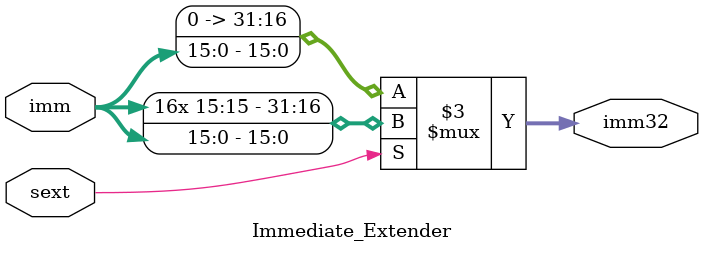
<source format=v>
`timescale 1ns / 1ps

module Immediate_Extender(
   input wire [15:0] imm, 
   input wire sext, 
   output reg [31:0] imm32
   );

    always @(*)
        begin
            if (sext)
                imm32 = {{16{imm[15]}}, imm};
            else
                imm32 = {16'b0, imm};
         end
endmodule

</source>
